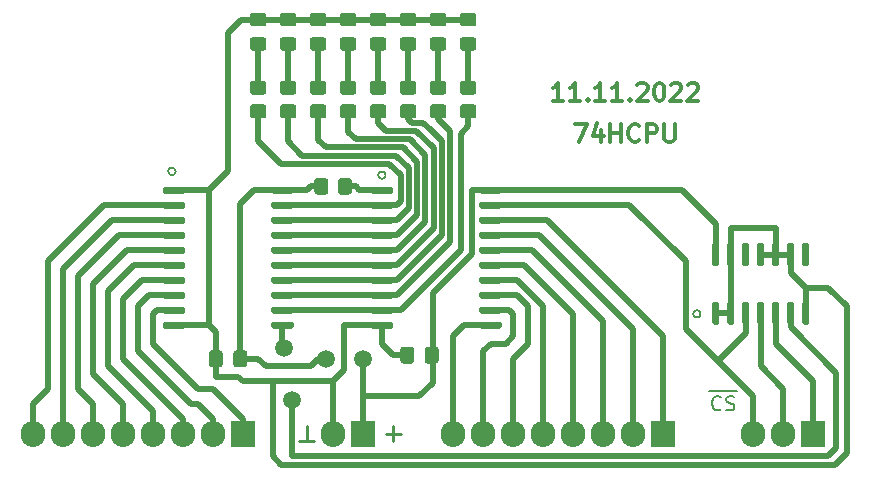
<source format=gbr>
%TF.GenerationSoftware,KiCad,Pcbnew,(5.1.8)-1*%
%TF.CreationDate,2022-11-12T22:58:33+03:00*%
%TF.ProjectId,Reg,5265672e-6b69-4636-9164-5f7063625858,rev?*%
%TF.SameCoordinates,Original*%
%TF.FileFunction,Copper,L1,Top*%
%TF.FilePolarity,Positive*%
%FSLAX46Y46*%
G04 Gerber Fmt 4.6, Leading zero omitted, Abs format (unit mm)*
G04 Created by KiCad (PCBNEW (5.1.8)-1) date 2022-11-12 22:58:33*
%MOMM*%
%LPD*%
G01*
G04 APERTURE LIST*
%TA.AperFunction,NonConductor*%
%ADD10C,0.200000*%
%TD*%
%TA.AperFunction,NonConductor*%
%ADD11C,0.300000*%
%TD*%
%TA.AperFunction,ComponentPad*%
%ADD12R,2.100000X2.200000*%
%TD*%
%TA.AperFunction,ComponentPad*%
%ADD13O,2.100000X2.200000*%
%TD*%
%TA.AperFunction,ViaPad*%
%ADD14C,1.500000*%
%TD*%
%TA.AperFunction,Conductor*%
%ADD15C,0.250000*%
%TD*%
%TA.AperFunction,Conductor*%
%ADD16C,0.500000*%
%TD*%
G04 APERTURE END LIST*
D10*
X110588571Y-49676000D02*
X111788571Y-49676000D01*
X111560000Y-51228571D02*
X111502857Y-51285714D01*
X111331428Y-51342857D01*
X111217142Y-51342857D01*
X111045714Y-51285714D01*
X110931428Y-51171428D01*
X110874285Y-51057142D01*
X110817142Y-50828571D01*
X110817142Y-50657142D01*
X110874285Y-50428571D01*
X110931428Y-50314285D01*
X111045714Y-50200000D01*
X111217142Y-50142857D01*
X111331428Y-50142857D01*
X111502857Y-50200000D01*
X111560000Y-50257142D01*
X111788571Y-49676000D02*
X112931428Y-49676000D01*
X112017142Y-51285714D02*
X112188571Y-51342857D01*
X112474285Y-51342857D01*
X112588571Y-51285714D01*
X112645714Y-51228571D01*
X112702857Y-51114285D01*
X112702857Y-51000000D01*
X112645714Y-50885714D01*
X112588571Y-50828571D01*
X112474285Y-50771428D01*
X112245714Y-50714285D01*
X112131428Y-50657142D01*
X112074285Y-50600000D01*
X112017142Y-50485714D01*
X112017142Y-50371428D01*
X112074285Y-50257142D01*
X112131428Y-50200000D01*
X112245714Y-50142857D01*
X112531428Y-50142857D01*
X112702857Y-50200000D01*
X83185000Y-31432500D02*
G75*
G03*
X83185000Y-31432500I-317500J0D01*
G01*
D11*
X98219285Y-25126071D02*
X97362142Y-25126071D01*
X97790714Y-25126071D02*
X97790714Y-23626071D01*
X97647857Y-23840357D01*
X97505000Y-23983214D01*
X97362142Y-24054642D01*
X99647857Y-25126071D02*
X98790714Y-25126071D01*
X99219285Y-25126071D02*
X99219285Y-23626071D01*
X99076428Y-23840357D01*
X98933571Y-23983214D01*
X98790714Y-24054642D01*
X100290714Y-24983214D02*
X100362142Y-25054642D01*
X100290714Y-25126071D01*
X100219285Y-25054642D01*
X100290714Y-24983214D01*
X100290714Y-25126071D01*
X101790714Y-25126071D02*
X100933571Y-25126071D01*
X101362142Y-25126071D02*
X101362142Y-23626071D01*
X101219285Y-23840357D01*
X101076428Y-23983214D01*
X100933571Y-24054642D01*
X103219285Y-25126071D02*
X102362142Y-25126071D01*
X102790714Y-25126071D02*
X102790714Y-23626071D01*
X102647857Y-23840357D01*
X102505000Y-23983214D01*
X102362142Y-24054642D01*
X103862142Y-24983214D02*
X103933571Y-25054642D01*
X103862142Y-25126071D01*
X103790714Y-25054642D01*
X103862142Y-24983214D01*
X103862142Y-25126071D01*
X104505000Y-23768928D02*
X104576428Y-23697500D01*
X104719285Y-23626071D01*
X105076428Y-23626071D01*
X105219285Y-23697500D01*
X105290714Y-23768928D01*
X105362142Y-23911785D01*
X105362142Y-24054642D01*
X105290714Y-24268928D01*
X104433571Y-25126071D01*
X105362142Y-25126071D01*
X106290714Y-23626071D02*
X106433571Y-23626071D01*
X106576428Y-23697500D01*
X106647857Y-23768928D01*
X106719285Y-23911785D01*
X106790714Y-24197500D01*
X106790714Y-24554642D01*
X106719285Y-24840357D01*
X106647857Y-24983214D01*
X106576428Y-25054642D01*
X106433571Y-25126071D01*
X106290714Y-25126071D01*
X106147857Y-25054642D01*
X106076428Y-24983214D01*
X106005000Y-24840357D01*
X105933571Y-24554642D01*
X105933571Y-24197500D01*
X106005000Y-23911785D01*
X106076428Y-23768928D01*
X106147857Y-23697500D01*
X106290714Y-23626071D01*
X107362142Y-23768928D02*
X107433571Y-23697500D01*
X107576428Y-23626071D01*
X107933571Y-23626071D01*
X108076428Y-23697500D01*
X108147857Y-23768928D01*
X108219285Y-23911785D01*
X108219285Y-24054642D01*
X108147857Y-24268928D01*
X107290714Y-25126071D01*
X108219285Y-25126071D01*
X108790714Y-23768928D02*
X108862142Y-23697500D01*
X109005000Y-23626071D01*
X109362142Y-23626071D01*
X109505000Y-23697500D01*
X109576428Y-23768928D01*
X109647857Y-23911785D01*
X109647857Y-24054642D01*
X109576428Y-24268928D01*
X108719285Y-25126071D01*
X109647857Y-25126071D01*
X99219285Y-27118571D02*
X100219285Y-27118571D01*
X99576428Y-28618571D01*
X101433571Y-27618571D02*
X101433571Y-28618571D01*
X101076428Y-27047142D02*
X100719285Y-28118571D01*
X101647857Y-28118571D01*
X102219285Y-28618571D02*
X102219285Y-27118571D01*
X102219285Y-27832857D02*
X103076428Y-27832857D01*
X103076428Y-28618571D02*
X103076428Y-27118571D01*
X104647857Y-28475714D02*
X104576428Y-28547142D01*
X104362142Y-28618571D01*
X104219285Y-28618571D01*
X104005000Y-28547142D01*
X103862142Y-28404285D01*
X103790714Y-28261428D01*
X103719285Y-27975714D01*
X103719285Y-27761428D01*
X103790714Y-27475714D01*
X103862142Y-27332857D01*
X104005000Y-27190000D01*
X104219285Y-27118571D01*
X104362142Y-27118571D01*
X104576428Y-27190000D01*
X104647857Y-27261428D01*
X105290714Y-28618571D02*
X105290714Y-27118571D01*
X105862142Y-27118571D01*
X106005000Y-27190000D01*
X106076428Y-27261428D01*
X106147857Y-27404285D01*
X106147857Y-27618571D01*
X106076428Y-27761428D01*
X106005000Y-27832857D01*
X105862142Y-27904285D01*
X105290714Y-27904285D01*
X106790714Y-27118571D02*
X106790714Y-28332857D01*
X106862142Y-28475714D01*
X106933571Y-28547142D01*
X107076428Y-28618571D01*
X107362142Y-28618571D01*
X107505000Y-28547142D01*
X107576428Y-28475714D01*
X107647857Y-28332857D01*
X107647857Y-27118571D01*
D10*
X109855000Y-43180000D02*
G75*
G03*
X109855000Y-43180000I-317500J0D01*
G01*
X65405000Y-31115000D02*
G75*
G03*
X65405000Y-31115000I-317500J0D01*
G01*
%TO.P,C2,2*%
%TO.N,GND*%
%TA.AperFunction,SMDPad,CuDef*%
G36*
G01*
X85592500Y-46197500D02*
X85592500Y-47147500D01*
G75*
G02*
X85342500Y-47397500I-250000J0D01*
G01*
X84667500Y-47397500D01*
G75*
G02*
X84417500Y-47147500I0J250000D01*
G01*
X84417500Y-46197500D01*
G75*
G02*
X84667500Y-45947500I250000J0D01*
G01*
X85342500Y-45947500D01*
G75*
G02*
X85592500Y-46197500I0J-250000D01*
G01*
G37*
%TD.AperFunction*%
%TO.P,C2,1*%
%TO.N,VCC*%
%TA.AperFunction,SMDPad,CuDef*%
G36*
G01*
X87667500Y-46197500D02*
X87667500Y-47147500D01*
G75*
G02*
X87417500Y-47397500I-250000J0D01*
G01*
X86742500Y-47397500D01*
G75*
G02*
X86492500Y-47147500I0J250000D01*
G01*
X86492500Y-46197500D01*
G75*
G02*
X86742500Y-45947500I250000J0D01*
G01*
X87417500Y-45947500D01*
G75*
G02*
X87667500Y-46197500I0J-250000D01*
G01*
G37*
%TD.AperFunction*%
%TD*%
%TO.P,R9,2*%
%TO.N,Net-(D8-Pad2)*%
%TA.AperFunction,SMDPad,CuDef*%
G36*
G01*
X90620001Y-24635000D02*
X89719999Y-24635000D01*
G75*
G02*
X89470000Y-24385001I0J249999D01*
G01*
X89470000Y-23684999D01*
G75*
G02*
X89719999Y-23435000I249999J0D01*
G01*
X90620001Y-23435000D01*
G75*
G02*
X90870000Y-23684999I0J-249999D01*
G01*
X90870000Y-24385001D01*
G75*
G02*
X90620001Y-24635000I-249999J0D01*
G01*
G37*
%TD.AperFunction*%
%TO.P,R9,1*%
%TO.N,/L7*%
%TA.AperFunction,SMDPad,CuDef*%
G36*
G01*
X90620001Y-26635000D02*
X89719999Y-26635000D01*
G75*
G02*
X89470000Y-26385001I0J249999D01*
G01*
X89470000Y-25684999D01*
G75*
G02*
X89719999Y-25435000I249999J0D01*
G01*
X90620001Y-25435000D01*
G75*
G02*
X90870000Y-25684999I0J-249999D01*
G01*
X90870000Y-26385001D01*
G75*
G02*
X90620001Y-26635000I-249999J0D01*
G01*
G37*
%TD.AperFunction*%
%TD*%
%TO.P,R8,2*%
%TO.N,Net-(D7-Pad2)*%
%TA.AperFunction,SMDPad,CuDef*%
G36*
G01*
X88080001Y-24635000D02*
X87179999Y-24635000D01*
G75*
G02*
X86930000Y-24385001I0J249999D01*
G01*
X86930000Y-23684999D01*
G75*
G02*
X87179999Y-23435000I249999J0D01*
G01*
X88080001Y-23435000D01*
G75*
G02*
X88330000Y-23684999I0J-249999D01*
G01*
X88330000Y-24385001D01*
G75*
G02*
X88080001Y-24635000I-249999J0D01*
G01*
G37*
%TD.AperFunction*%
%TO.P,R8,1*%
%TO.N,/L6*%
%TA.AperFunction,SMDPad,CuDef*%
G36*
G01*
X88080001Y-26635000D02*
X87179999Y-26635000D01*
G75*
G02*
X86930000Y-26385001I0J249999D01*
G01*
X86930000Y-25684999D01*
G75*
G02*
X87179999Y-25435000I249999J0D01*
G01*
X88080001Y-25435000D01*
G75*
G02*
X88330000Y-25684999I0J-249999D01*
G01*
X88330000Y-26385001D01*
G75*
G02*
X88080001Y-26635000I-249999J0D01*
G01*
G37*
%TD.AperFunction*%
%TD*%
%TO.P,R7,2*%
%TO.N,Net-(D6-Pad2)*%
%TA.AperFunction,SMDPad,CuDef*%
G36*
G01*
X85540001Y-24635000D02*
X84639999Y-24635000D01*
G75*
G02*
X84390000Y-24385001I0J249999D01*
G01*
X84390000Y-23684999D01*
G75*
G02*
X84639999Y-23435000I249999J0D01*
G01*
X85540001Y-23435000D01*
G75*
G02*
X85790000Y-23684999I0J-249999D01*
G01*
X85790000Y-24385001D01*
G75*
G02*
X85540001Y-24635000I-249999J0D01*
G01*
G37*
%TD.AperFunction*%
%TO.P,R7,1*%
%TO.N,/L5*%
%TA.AperFunction,SMDPad,CuDef*%
G36*
G01*
X85540001Y-26635000D02*
X84639999Y-26635000D01*
G75*
G02*
X84390000Y-26385001I0J249999D01*
G01*
X84390000Y-25684999D01*
G75*
G02*
X84639999Y-25435000I249999J0D01*
G01*
X85540001Y-25435000D01*
G75*
G02*
X85790000Y-25684999I0J-249999D01*
G01*
X85790000Y-26385001D01*
G75*
G02*
X85540001Y-26635000I-249999J0D01*
G01*
G37*
%TD.AperFunction*%
%TD*%
%TO.P,R6,2*%
%TO.N,Net-(D5-Pad2)*%
%TA.AperFunction,SMDPad,CuDef*%
G36*
G01*
X83000001Y-24635000D02*
X82099999Y-24635000D01*
G75*
G02*
X81850000Y-24385001I0J249999D01*
G01*
X81850000Y-23684999D01*
G75*
G02*
X82099999Y-23435000I249999J0D01*
G01*
X83000001Y-23435000D01*
G75*
G02*
X83250000Y-23684999I0J-249999D01*
G01*
X83250000Y-24385001D01*
G75*
G02*
X83000001Y-24635000I-249999J0D01*
G01*
G37*
%TD.AperFunction*%
%TO.P,R6,1*%
%TO.N,/L4*%
%TA.AperFunction,SMDPad,CuDef*%
G36*
G01*
X83000001Y-26635000D02*
X82099999Y-26635000D01*
G75*
G02*
X81850000Y-26385001I0J249999D01*
G01*
X81850000Y-25684999D01*
G75*
G02*
X82099999Y-25435000I249999J0D01*
G01*
X83000001Y-25435000D01*
G75*
G02*
X83250000Y-25684999I0J-249999D01*
G01*
X83250000Y-26385001D01*
G75*
G02*
X83000001Y-26635000I-249999J0D01*
G01*
G37*
%TD.AperFunction*%
%TD*%
%TO.P,R5,2*%
%TO.N,Net-(D4-Pad2)*%
%TA.AperFunction,SMDPad,CuDef*%
G36*
G01*
X80460001Y-24635000D02*
X79559999Y-24635000D01*
G75*
G02*
X79310000Y-24385001I0J249999D01*
G01*
X79310000Y-23684999D01*
G75*
G02*
X79559999Y-23435000I249999J0D01*
G01*
X80460001Y-23435000D01*
G75*
G02*
X80710000Y-23684999I0J-249999D01*
G01*
X80710000Y-24385001D01*
G75*
G02*
X80460001Y-24635000I-249999J0D01*
G01*
G37*
%TD.AperFunction*%
%TO.P,R5,1*%
%TO.N,/L3*%
%TA.AperFunction,SMDPad,CuDef*%
G36*
G01*
X80460001Y-26635000D02*
X79559999Y-26635000D01*
G75*
G02*
X79310000Y-26385001I0J249999D01*
G01*
X79310000Y-25684999D01*
G75*
G02*
X79559999Y-25435000I249999J0D01*
G01*
X80460001Y-25435000D01*
G75*
G02*
X80710000Y-25684999I0J-249999D01*
G01*
X80710000Y-26385001D01*
G75*
G02*
X80460001Y-26635000I-249999J0D01*
G01*
G37*
%TD.AperFunction*%
%TD*%
%TO.P,R4,2*%
%TO.N,Net-(D3-Pad2)*%
%TA.AperFunction,SMDPad,CuDef*%
G36*
G01*
X77920001Y-24635000D02*
X77019999Y-24635000D01*
G75*
G02*
X76770000Y-24385001I0J249999D01*
G01*
X76770000Y-23684999D01*
G75*
G02*
X77019999Y-23435000I249999J0D01*
G01*
X77920001Y-23435000D01*
G75*
G02*
X78170000Y-23684999I0J-249999D01*
G01*
X78170000Y-24385001D01*
G75*
G02*
X77920001Y-24635000I-249999J0D01*
G01*
G37*
%TD.AperFunction*%
%TO.P,R4,1*%
%TO.N,/L2*%
%TA.AperFunction,SMDPad,CuDef*%
G36*
G01*
X77920001Y-26635000D02*
X77019999Y-26635000D01*
G75*
G02*
X76770000Y-26385001I0J249999D01*
G01*
X76770000Y-25684999D01*
G75*
G02*
X77019999Y-25435000I249999J0D01*
G01*
X77920001Y-25435000D01*
G75*
G02*
X78170000Y-25684999I0J-249999D01*
G01*
X78170000Y-26385001D01*
G75*
G02*
X77920001Y-26635000I-249999J0D01*
G01*
G37*
%TD.AperFunction*%
%TD*%
%TO.P,R3,2*%
%TO.N,Net-(D2-Pad2)*%
%TA.AperFunction,SMDPad,CuDef*%
G36*
G01*
X75380001Y-24635000D02*
X74479999Y-24635000D01*
G75*
G02*
X74230000Y-24385001I0J249999D01*
G01*
X74230000Y-23684999D01*
G75*
G02*
X74479999Y-23435000I249999J0D01*
G01*
X75380001Y-23435000D01*
G75*
G02*
X75630000Y-23684999I0J-249999D01*
G01*
X75630000Y-24385001D01*
G75*
G02*
X75380001Y-24635000I-249999J0D01*
G01*
G37*
%TD.AperFunction*%
%TO.P,R3,1*%
%TO.N,/L1*%
%TA.AperFunction,SMDPad,CuDef*%
G36*
G01*
X75380001Y-26635000D02*
X74479999Y-26635000D01*
G75*
G02*
X74230000Y-26385001I0J249999D01*
G01*
X74230000Y-25684999D01*
G75*
G02*
X74479999Y-25435000I249999J0D01*
G01*
X75380001Y-25435000D01*
G75*
G02*
X75630000Y-25684999I0J-249999D01*
G01*
X75630000Y-26385001D01*
G75*
G02*
X75380001Y-26635000I-249999J0D01*
G01*
G37*
%TD.AperFunction*%
%TD*%
%TO.P,R2,2*%
%TO.N,Net-(D1-Pad2)*%
%TA.AperFunction,SMDPad,CuDef*%
G36*
G01*
X72840001Y-24635000D02*
X71939999Y-24635000D01*
G75*
G02*
X71690000Y-24385001I0J249999D01*
G01*
X71690000Y-23684999D01*
G75*
G02*
X71939999Y-23435000I249999J0D01*
G01*
X72840001Y-23435000D01*
G75*
G02*
X73090000Y-23684999I0J-249999D01*
G01*
X73090000Y-24385001D01*
G75*
G02*
X72840001Y-24635000I-249999J0D01*
G01*
G37*
%TD.AperFunction*%
%TO.P,R2,1*%
%TO.N,/L0*%
%TA.AperFunction,SMDPad,CuDef*%
G36*
G01*
X72840001Y-26635000D02*
X71939999Y-26635000D01*
G75*
G02*
X71690000Y-26385001I0J249999D01*
G01*
X71690000Y-25684999D01*
G75*
G02*
X71939999Y-25435000I249999J0D01*
G01*
X72840001Y-25435000D01*
G75*
G02*
X73090000Y-25684999I0J-249999D01*
G01*
X73090000Y-26385001D01*
G75*
G02*
X72840001Y-26635000I-249999J0D01*
G01*
G37*
%TD.AperFunction*%
%TD*%
%TO.P,R1,2*%
%TO.N,VCC*%
%TA.AperFunction,SMDPad,CuDef*%
G36*
G01*
X78340000Y-31934999D02*
X78340000Y-32835001D01*
G75*
G02*
X78090001Y-33085000I-249999J0D01*
G01*
X77389999Y-33085000D01*
G75*
G02*
X77140000Y-32835001I0J249999D01*
G01*
X77140000Y-31934999D01*
G75*
G02*
X77389999Y-31685000I249999J0D01*
G01*
X78090001Y-31685000D01*
G75*
G02*
X78340000Y-31934999I0J-249999D01*
G01*
G37*
%TD.AperFunction*%
%TO.P,R1,1*%
%TO.N,Net-(R1-Pad1)*%
%TA.AperFunction,SMDPad,CuDef*%
G36*
G01*
X80340000Y-31934999D02*
X80340000Y-32835001D01*
G75*
G02*
X80090001Y-33085000I-249999J0D01*
G01*
X79389999Y-33085000D01*
G75*
G02*
X79140000Y-32835001I0J249999D01*
G01*
X79140000Y-31934999D01*
G75*
G02*
X79389999Y-31685000I249999J0D01*
G01*
X80090001Y-31685000D01*
G75*
G02*
X80340000Y-31934999I0J-249999D01*
G01*
G37*
%TD.AperFunction*%
%TD*%
%TO.P,D8,2*%
%TO.N,Net-(D8-Pad2)*%
%TA.AperFunction,SMDPad,CuDef*%
G36*
G01*
X89719999Y-19745000D02*
X90620001Y-19745000D01*
G75*
G02*
X90870000Y-19994999I0J-249999D01*
G01*
X90870000Y-20645001D01*
G75*
G02*
X90620001Y-20895000I-249999J0D01*
G01*
X89719999Y-20895000D01*
G75*
G02*
X89470000Y-20645001I0J249999D01*
G01*
X89470000Y-19994999D01*
G75*
G02*
X89719999Y-19745000I249999J0D01*
G01*
G37*
%TD.AperFunction*%
%TO.P,D8,1*%
%TO.N,GND*%
%TA.AperFunction,SMDPad,CuDef*%
G36*
G01*
X89719999Y-17695000D02*
X90620001Y-17695000D01*
G75*
G02*
X90870000Y-17944999I0J-249999D01*
G01*
X90870000Y-18595001D01*
G75*
G02*
X90620001Y-18845000I-249999J0D01*
G01*
X89719999Y-18845000D01*
G75*
G02*
X89470000Y-18595001I0J249999D01*
G01*
X89470000Y-17944999D01*
G75*
G02*
X89719999Y-17695000I249999J0D01*
G01*
G37*
%TD.AperFunction*%
%TD*%
%TO.P,D7,2*%
%TO.N,Net-(D7-Pad2)*%
%TA.AperFunction,SMDPad,CuDef*%
G36*
G01*
X87179999Y-19745000D02*
X88080001Y-19745000D01*
G75*
G02*
X88330000Y-19994999I0J-249999D01*
G01*
X88330000Y-20645001D01*
G75*
G02*
X88080001Y-20895000I-249999J0D01*
G01*
X87179999Y-20895000D01*
G75*
G02*
X86930000Y-20645001I0J249999D01*
G01*
X86930000Y-19994999D01*
G75*
G02*
X87179999Y-19745000I249999J0D01*
G01*
G37*
%TD.AperFunction*%
%TO.P,D7,1*%
%TO.N,GND*%
%TA.AperFunction,SMDPad,CuDef*%
G36*
G01*
X87179999Y-17695000D02*
X88080001Y-17695000D01*
G75*
G02*
X88330000Y-17944999I0J-249999D01*
G01*
X88330000Y-18595001D01*
G75*
G02*
X88080001Y-18845000I-249999J0D01*
G01*
X87179999Y-18845000D01*
G75*
G02*
X86930000Y-18595001I0J249999D01*
G01*
X86930000Y-17944999D01*
G75*
G02*
X87179999Y-17695000I249999J0D01*
G01*
G37*
%TD.AperFunction*%
%TD*%
%TO.P,D6,2*%
%TO.N,Net-(D6-Pad2)*%
%TA.AperFunction,SMDPad,CuDef*%
G36*
G01*
X84639999Y-19745000D02*
X85540001Y-19745000D01*
G75*
G02*
X85790000Y-19994999I0J-249999D01*
G01*
X85790000Y-20645001D01*
G75*
G02*
X85540001Y-20895000I-249999J0D01*
G01*
X84639999Y-20895000D01*
G75*
G02*
X84390000Y-20645001I0J249999D01*
G01*
X84390000Y-19994999D01*
G75*
G02*
X84639999Y-19745000I249999J0D01*
G01*
G37*
%TD.AperFunction*%
%TO.P,D6,1*%
%TO.N,GND*%
%TA.AperFunction,SMDPad,CuDef*%
G36*
G01*
X84639999Y-17695000D02*
X85540001Y-17695000D01*
G75*
G02*
X85790000Y-17944999I0J-249999D01*
G01*
X85790000Y-18595001D01*
G75*
G02*
X85540001Y-18845000I-249999J0D01*
G01*
X84639999Y-18845000D01*
G75*
G02*
X84390000Y-18595001I0J249999D01*
G01*
X84390000Y-17944999D01*
G75*
G02*
X84639999Y-17695000I249999J0D01*
G01*
G37*
%TD.AperFunction*%
%TD*%
%TO.P,D5,2*%
%TO.N,Net-(D5-Pad2)*%
%TA.AperFunction,SMDPad,CuDef*%
G36*
G01*
X82099999Y-19745000D02*
X83000001Y-19745000D01*
G75*
G02*
X83250000Y-19994999I0J-249999D01*
G01*
X83250000Y-20645001D01*
G75*
G02*
X83000001Y-20895000I-249999J0D01*
G01*
X82099999Y-20895000D01*
G75*
G02*
X81850000Y-20645001I0J249999D01*
G01*
X81850000Y-19994999D01*
G75*
G02*
X82099999Y-19745000I249999J0D01*
G01*
G37*
%TD.AperFunction*%
%TO.P,D5,1*%
%TO.N,GND*%
%TA.AperFunction,SMDPad,CuDef*%
G36*
G01*
X82099999Y-17695000D02*
X83000001Y-17695000D01*
G75*
G02*
X83250000Y-17944999I0J-249999D01*
G01*
X83250000Y-18595001D01*
G75*
G02*
X83000001Y-18845000I-249999J0D01*
G01*
X82099999Y-18845000D01*
G75*
G02*
X81850000Y-18595001I0J249999D01*
G01*
X81850000Y-17944999D01*
G75*
G02*
X82099999Y-17695000I249999J0D01*
G01*
G37*
%TD.AperFunction*%
%TD*%
%TO.P,D4,2*%
%TO.N,Net-(D4-Pad2)*%
%TA.AperFunction,SMDPad,CuDef*%
G36*
G01*
X79559999Y-19745000D02*
X80460001Y-19745000D01*
G75*
G02*
X80710000Y-19994999I0J-249999D01*
G01*
X80710000Y-20645001D01*
G75*
G02*
X80460001Y-20895000I-249999J0D01*
G01*
X79559999Y-20895000D01*
G75*
G02*
X79310000Y-20645001I0J249999D01*
G01*
X79310000Y-19994999D01*
G75*
G02*
X79559999Y-19745000I249999J0D01*
G01*
G37*
%TD.AperFunction*%
%TO.P,D4,1*%
%TO.N,GND*%
%TA.AperFunction,SMDPad,CuDef*%
G36*
G01*
X79559999Y-17695000D02*
X80460001Y-17695000D01*
G75*
G02*
X80710000Y-17944999I0J-249999D01*
G01*
X80710000Y-18595001D01*
G75*
G02*
X80460001Y-18845000I-249999J0D01*
G01*
X79559999Y-18845000D01*
G75*
G02*
X79310000Y-18595001I0J249999D01*
G01*
X79310000Y-17944999D01*
G75*
G02*
X79559999Y-17695000I249999J0D01*
G01*
G37*
%TD.AperFunction*%
%TD*%
%TO.P,D3,2*%
%TO.N,Net-(D3-Pad2)*%
%TA.AperFunction,SMDPad,CuDef*%
G36*
G01*
X77019999Y-19745000D02*
X77920001Y-19745000D01*
G75*
G02*
X78170000Y-19994999I0J-249999D01*
G01*
X78170000Y-20645001D01*
G75*
G02*
X77920001Y-20895000I-249999J0D01*
G01*
X77019999Y-20895000D01*
G75*
G02*
X76770000Y-20645001I0J249999D01*
G01*
X76770000Y-19994999D01*
G75*
G02*
X77019999Y-19745000I249999J0D01*
G01*
G37*
%TD.AperFunction*%
%TO.P,D3,1*%
%TO.N,GND*%
%TA.AperFunction,SMDPad,CuDef*%
G36*
G01*
X77019999Y-17695000D02*
X77920001Y-17695000D01*
G75*
G02*
X78170000Y-17944999I0J-249999D01*
G01*
X78170000Y-18595001D01*
G75*
G02*
X77920001Y-18845000I-249999J0D01*
G01*
X77019999Y-18845000D01*
G75*
G02*
X76770000Y-18595001I0J249999D01*
G01*
X76770000Y-17944999D01*
G75*
G02*
X77019999Y-17695000I249999J0D01*
G01*
G37*
%TD.AperFunction*%
%TD*%
%TO.P,D2,2*%
%TO.N,Net-(D2-Pad2)*%
%TA.AperFunction,SMDPad,CuDef*%
G36*
G01*
X74479999Y-19745000D02*
X75380001Y-19745000D01*
G75*
G02*
X75630000Y-19994999I0J-249999D01*
G01*
X75630000Y-20645001D01*
G75*
G02*
X75380001Y-20895000I-249999J0D01*
G01*
X74479999Y-20895000D01*
G75*
G02*
X74230000Y-20645001I0J249999D01*
G01*
X74230000Y-19994999D01*
G75*
G02*
X74479999Y-19745000I249999J0D01*
G01*
G37*
%TD.AperFunction*%
%TO.P,D2,1*%
%TO.N,GND*%
%TA.AperFunction,SMDPad,CuDef*%
G36*
G01*
X74479999Y-17695000D02*
X75380001Y-17695000D01*
G75*
G02*
X75630000Y-17944999I0J-249999D01*
G01*
X75630000Y-18595001D01*
G75*
G02*
X75380001Y-18845000I-249999J0D01*
G01*
X74479999Y-18845000D01*
G75*
G02*
X74230000Y-18595001I0J249999D01*
G01*
X74230000Y-17944999D01*
G75*
G02*
X74479999Y-17695000I249999J0D01*
G01*
G37*
%TD.AperFunction*%
%TD*%
%TO.P,D1,2*%
%TO.N,Net-(D1-Pad2)*%
%TA.AperFunction,SMDPad,CuDef*%
G36*
G01*
X71939999Y-19745000D02*
X72840001Y-19745000D01*
G75*
G02*
X73090000Y-19994999I0J-249999D01*
G01*
X73090000Y-20645001D01*
G75*
G02*
X72840001Y-20895000I-249999J0D01*
G01*
X71939999Y-20895000D01*
G75*
G02*
X71690000Y-20645001I0J249999D01*
G01*
X71690000Y-19994999D01*
G75*
G02*
X71939999Y-19745000I249999J0D01*
G01*
G37*
%TD.AperFunction*%
%TO.P,D1,1*%
%TO.N,GND*%
%TA.AperFunction,SMDPad,CuDef*%
G36*
G01*
X71939999Y-17695000D02*
X72840001Y-17695000D01*
G75*
G02*
X73090000Y-17944999I0J-249999D01*
G01*
X73090000Y-18595001D01*
G75*
G02*
X72840001Y-18845000I-249999J0D01*
G01*
X71939999Y-18845000D01*
G75*
G02*
X71690000Y-18595001I0J249999D01*
G01*
X71690000Y-17944999D01*
G75*
G02*
X71939999Y-17695000I249999J0D01*
G01*
G37*
%TD.AperFunction*%
%TD*%
%TO.P,C1,1*%
%TO.N,VCC*%
%TA.AperFunction,SMDPad,CuDef*%
G36*
G01*
X71475000Y-46515000D02*
X71475000Y-47465000D01*
G75*
G02*
X71225000Y-47715000I-250000J0D01*
G01*
X70550000Y-47715000D01*
G75*
G02*
X70300000Y-47465000I0J250000D01*
G01*
X70300000Y-46515000D01*
G75*
G02*
X70550000Y-46265000I250000J0D01*
G01*
X71225000Y-46265000D01*
G75*
G02*
X71475000Y-46515000I0J-250000D01*
G01*
G37*
%TD.AperFunction*%
%TO.P,C1,2*%
%TO.N,GND*%
%TA.AperFunction,SMDPad,CuDef*%
G36*
G01*
X69400000Y-46515000D02*
X69400000Y-47465000D01*
G75*
G02*
X69150000Y-47715000I-250000J0D01*
G01*
X68475000Y-47715000D01*
G75*
G02*
X68225000Y-47465000I0J250000D01*
G01*
X68225000Y-46515000D01*
G75*
G02*
X68475000Y-46265000I250000J0D01*
G01*
X69150000Y-46265000D01*
G75*
G02*
X69400000Y-46515000I0J-250000D01*
G01*
G37*
%TD.AperFunction*%
%TD*%
D12*
%TO.P,J1,1*%
%TO.N,/D7*%
X71120000Y-53340000D03*
D13*
%TO.P,J1,2*%
%TO.N,/D6*%
X68580000Y-53340000D03*
%TO.P,J1,3*%
%TO.N,/D5*%
X66040000Y-53340000D03*
%TO.P,J1,4*%
%TO.N,/D4*%
X63500000Y-53340000D03*
%TO.P,J1,5*%
%TO.N,/D3*%
X60960000Y-53340000D03*
%TO.P,J1,6*%
%TO.N,/D2*%
X58420000Y-53340000D03*
%TO.P,J1,7*%
%TO.N,/D1*%
X55880000Y-53340000D03*
%TO.P,J1,8*%
%TO.N,/D0*%
X53340000Y-53340000D03*
%TD*%
%TO.P,J2,8*%
%TO.N,/Q7*%
X88900000Y-53340000D03*
%TO.P,J2,7*%
%TO.N,/Q6*%
X91440000Y-53340000D03*
%TO.P,J2,6*%
%TO.N,/Q5*%
X93980000Y-53340000D03*
%TO.P,J2,5*%
%TO.N,/Q4*%
X96520000Y-53340000D03*
%TO.P,J2,4*%
%TO.N,/Q3*%
X99060000Y-53340000D03*
%TO.P,J2,3*%
%TO.N,/Q2*%
X101600000Y-53340000D03*
%TO.P,J2,2*%
%TO.N,/Q1*%
X104140000Y-53340000D03*
D12*
%TO.P,J2,1*%
%TO.N,/Q0*%
X106680000Y-53340000D03*
%TD*%
%TO.P,J3,1*%
%TO.N,VCC*%
X81280000Y-53340000D03*
D13*
%TO.P,J3,2*%
%TO.N,GND*%
X78740000Y-53340000D03*
%TD*%
D12*
%TO.P,J4,1*%
%TO.N,/~Row*%
X119380000Y-53340000D03*
D13*
%TO.P,J4,2*%
%TO.N,/~Col*%
X116840000Y-53340000D03*
%TO.P,J4,3*%
%TO.N,/~CS*%
X114300000Y-53340000D03*
%TD*%
%TO.P,U1,1*%
%TO.N,GND*%
%TA.AperFunction,SMDPad,CuDef*%
G36*
G01*
X64300000Y-32860001D02*
X64300000Y-32560001D01*
G75*
G02*
X64450000Y-32410001I150000J0D01*
G01*
X66050000Y-32410001D01*
G75*
G02*
X66200000Y-32560001I0J-150000D01*
G01*
X66200000Y-32860001D01*
G75*
G02*
X66050000Y-33010001I-150000J0D01*
G01*
X64450000Y-33010001D01*
G75*
G02*
X64300000Y-32860001I0J150000D01*
G01*
G37*
%TD.AperFunction*%
%TO.P,U1,2*%
%TO.N,/D0*%
%TA.AperFunction,SMDPad,CuDef*%
G36*
G01*
X64300000Y-34130001D02*
X64300000Y-33830001D01*
G75*
G02*
X64450000Y-33680001I150000J0D01*
G01*
X66050000Y-33680001D01*
G75*
G02*
X66200000Y-33830001I0J-150000D01*
G01*
X66200000Y-34130001D01*
G75*
G02*
X66050000Y-34280001I-150000J0D01*
G01*
X64450000Y-34280001D01*
G75*
G02*
X64300000Y-34130001I0J150000D01*
G01*
G37*
%TD.AperFunction*%
%TO.P,U1,3*%
%TO.N,/D1*%
%TA.AperFunction,SMDPad,CuDef*%
G36*
G01*
X64300000Y-35400001D02*
X64300000Y-35100001D01*
G75*
G02*
X64450000Y-34950001I150000J0D01*
G01*
X66050000Y-34950001D01*
G75*
G02*
X66200000Y-35100001I0J-150000D01*
G01*
X66200000Y-35400001D01*
G75*
G02*
X66050000Y-35550001I-150000J0D01*
G01*
X64450000Y-35550001D01*
G75*
G02*
X64300000Y-35400001I0J150000D01*
G01*
G37*
%TD.AperFunction*%
%TO.P,U1,4*%
%TO.N,/D2*%
%TA.AperFunction,SMDPad,CuDef*%
G36*
G01*
X64300000Y-36670001D02*
X64300000Y-36370001D01*
G75*
G02*
X64450000Y-36220001I150000J0D01*
G01*
X66050000Y-36220001D01*
G75*
G02*
X66200000Y-36370001I0J-150000D01*
G01*
X66200000Y-36670001D01*
G75*
G02*
X66050000Y-36820001I-150000J0D01*
G01*
X64450000Y-36820001D01*
G75*
G02*
X64300000Y-36670001I0J150000D01*
G01*
G37*
%TD.AperFunction*%
%TO.P,U1,5*%
%TO.N,/D3*%
%TA.AperFunction,SMDPad,CuDef*%
G36*
G01*
X64300000Y-37940001D02*
X64300000Y-37640001D01*
G75*
G02*
X64450000Y-37490001I150000J0D01*
G01*
X66050000Y-37490001D01*
G75*
G02*
X66200000Y-37640001I0J-150000D01*
G01*
X66200000Y-37940001D01*
G75*
G02*
X66050000Y-38090001I-150000J0D01*
G01*
X64450000Y-38090001D01*
G75*
G02*
X64300000Y-37940001I0J150000D01*
G01*
G37*
%TD.AperFunction*%
%TO.P,U1,6*%
%TO.N,/D4*%
%TA.AperFunction,SMDPad,CuDef*%
G36*
G01*
X64300000Y-39210001D02*
X64300000Y-38910001D01*
G75*
G02*
X64450000Y-38760001I150000J0D01*
G01*
X66050000Y-38760001D01*
G75*
G02*
X66200000Y-38910001I0J-150000D01*
G01*
X66200000Y-39210001D01*
G75*
G02*
X66050000Y-39360001I-150000J0D01*
G01*
X64450000Y-39360001D01*
G75*
G02*
X64300000Y-39210001I0J150000D01*
G01*
G37*
%TD.AperFunction*%
%TO.P,U1,7*%
%TO.N,/D5*%
%TA.AperFunction,SMDPad,CuDef*%
G36*
G01*
X64300000Y-40480001D02*
X64300000Y-40180001D01*
G75*
G02*
X64450000Y-40030001I150000J0D01*
G01*
X66050000Y-40030001D01*
G75*
G02*
X66200000Y-40180001I0J-150000D01*
G01*
X66200000Y-40480001D01*
G75*
G02*
X66050000Y-40630001I-150000J0D01*
G01*
X64450000Y-40630001D01*
G75*
G02*
X64300000Y-40480001I0J150000D01*
G01*
G37*
%TD.AperFunction*%
%TO.P,U1,8*%
%TO.N,/D6*%
%TA.AperFunction,SMDPad,CuDef*%
G36*
G01*
X64300000Y-41750001D02*
X64300000Y-41450001D01*
G75*
G02*
X64450000Y-41300001I150000J0D01*
G01*
X66050000Y-41300001D01*
G75*
G02*
X66200000Y-41450001I0J-150000D01*
G01*
X66200000Y-41750001D01*
G75*
G02*
X66050000Y-41900001I-150000J0D01*
G01*
X64450000Y-41900001D01*
G75*
G02*
X64300000Y-41750001I0J150000D01*
G01*
G37*
%TD.AperFunction*%
%TO.P,U1,9*%
%TO.N,/D7*%
%TA.AperFunction,SMDPad,CuDef*%
G36*
G01*
X64300000Y-43020001D02*
X64300000Y-42720001D01*
G75*
G02*
X64450000Y-42570001I150000J0D01*
G01*
X66050000Y-42570001D01*
G75*
G02*
X66200000Y-42720001I0J-150000D01*
G01*
X66200000Y-43020001D01*
G75*
G02*
X66050000Y-43170001I-150000J0D01*
G01*
X64450000Y-43170001D01*
G75*
G02*
X64300000Y-43020001I0J150000D01*
G01*
G37*
%TD.AperFunction*%
%TO.P,U1,10*%
%TO.N,GND*%
%TA.AperFunction,SMDPad,CuDef*%
G36*
G01*
X64300000Y-44290001D02*
X64300000Y-43990001D01*
G75*
G02*
X64450000Y-43840001I150000J0D01*
G01*
X66050000Y-43840001D01*
G75*
G02*
X66200000Y-43990001I0J-150000D01*
G01*
X66200000Y-44290001D01*
G75*
G02*
X66050000Y-44440001I-150000J0D01*
G01*
X64450000Y-44440001D01*
G75*
G02*
X64300000Y-44290001I0J150000D01*
G01*
G37*
%TD.AperFunction*%
%TO.P,U1,11*%
%TO.N,Net-(U1-Pad11)*%
%TA.AperFunction,SMDPad,CuDef*%
G36*
G01*
X73500000Y-44290001D02*
X73500000Y-43990001D01*
G75*
G02*
X73650000Y-43840001I150000J0D01*
G01*
X75250000Y-43840001D01*
G75*
G02*
X75400000Y-43990001I0J-150000D01*
G01*
X75400000Y-44290001D01*
G75*
G02*
X75250000Y-44440001I-150000J0D01*
G01*
X73650000Y-44440001D01*
G75*
G02*
X73500000Y-44290001I0J150000D01*
G01*
G37*
%TD.AperFunction*%
%TO.P,U1,12*%
%TO.N,/L7*%
%TA.AperFunction,SMDPad,CuDef*%
G36*
G01*
X73500000Y-43020001D02*
X73500000Y-42720001D01*
G75*
G02*
X73650000Y-42570001I150000J0D01*
G01*
X75250000Y-42570001D01*
G75*
G02*
X75400000Y-42720001I0J-150000D01*
G01*
X75400000Y-43020001D01*
G75*
G02*
X75250000Y-43170001I-150000J0D01*
G01*
X73650000Y-43170001D01*
G75*
G02*
X73500000Y-43020001I0J150000D01*
G01*
G37*
%TD.AperFunction*%
%TO.P,U1,13*%
%TO.N,/L6*%
%TA.AperFunction,SMDPad,CuDef*%
G36*
G01*
X73500000Y-41750001D02*
X73500000Y-41450001D01*
G75*
G02*
X73650000Y-41300001I150000J0D01*
G01*
X75250000Y-41300001D01*
G75*
G02*
X75400000Y-41450001I0J-150000D01*
G01*
X75400000Y-41750001D01*
G75*
G02*
X75250000Y-41900001I-150000J0D01*
G01*
X73650000Y-41900001D01*
G75*
G02*
X73500000Y-41750001I0J150000D01*
G01*
G37*
%TD.AperFunction*%
%TO.P,U1,14*%
%TO.N,/L5*%
%TA.AperFunction,SMDPad,CuDef*%
G36*
G01*
X73500000Y-40480001D02*
X73500000Y-40180001D01*
G75*
G02*
X73650000Y-40030001I150000J0D01*
G01*
X75250000Y-40030001D01*
G75*
G02*
X75400000Y-40180001I0J-150000D01*
G01*
X75400000Y-40480001D01*
G75*
G02*
X75250000Y-40630001I-150000J0D01*
G01*
X73650000Y-40630001D01*
G75*
G02*
X73500000Y-40480001I0J150000D01*
G01*
G37*
%TD.AperFunction*%
%TO.P,U1,15*%
%TO.N,/L4*%
%TA.AperFunction,SMDPad,CuDef*%
G36*
G01*
X73500000Y-39210001D02*
X73500000Y-38910001D01*
G75*
G02*
X73650000Y-38760001I150000J0D01*
G01*
X75250000Y-38760001D01*
G75*
G02*
X75400000Y-38910001I0J-150000D01*
G01*
X75400000Y-39210001D01*
G75*
G02*
X75250000Y-39360001I-150000J0D01*
G01*
X73650000Y-39360001D01*
G75*
G02*
X73500000Y-39210001I0J150000D01*
G01*
G37*
%TD.AperFunction*%
%TO.P,U1,16*%
%TO.N,/L3*%
%TA.AperFunction,SMDPad,CuDef*%
G36*
G01*
X73500000Y-37940001D02*
X73500000Y-37640001D01*
G75*
G02*
X73650000Y-37490001I150000J0D01*
G01*
X75250000Y-37490001D01*
G75*
G02*
X75400000Y-37640001I0J-150000D01*
G01*
X75400000Y-37940001D01*
G75*
G02*
X75250000Y-38090001I-150000J0D01*
G01*
X73650000Y-38090001D01*
G75*
G02*
X73500000Y-37940001I0J150000D01*
G01*
G37*
%TD.AperFunction*%
%TO.P,U1,17*%
%TO.N,/L2*%
%TA.AperFunction,SMDPad,CuDef*%
G36*
G01*
X73500000Y-36670001D02*
X73500000Y-36370001D01*
G75*
G02*
X73650000Y-36220001I150000J0D01*
G01*
X75250000Y-36220001D01*
G75*
G02*
X75400000Y-36370001I0J-150000D01*
G01*
X75400000Y-36670001D01*
G75*
G02*
X75250000Y-36820001I-150000J0D01*
G01*
X73650000Y-36820001D01*
G75*
G02*
X73500000Y-36670001I0J150000D01*
G01*
G37*
%TD.AperFunction*%
%TO.P,U1,18*%
%TO.N,/L1*%
%TA.AperFunction,SMDPad,CuDef*%
G36*
G01*
X73500000Y-35400001D02*
X73500000Y-35100001D01*
G75*
G02*
X73650000Y-34950001I150000J0D01*
G01*
X75250000Y-34950001D01*
G75*
G02*
X75400000Y-35100001I0J-150000D01*
G01*
X75400000Y-35400001D01*
G75*
G02*
X75250000Y-35550001I-150000J0D01*
G01*
X73650000Y-35550001D01*
G75*
G02*
X73500000Y-35400001I0J150000D01*
G01*
G37*
%TD.AperFunction*%
%TO.P,U1,19*%
%TO.N,/L0*%
%TA.AperFunction,SMDPad,CuDef*%
G36*
G01*
X73500000Y-34130001D02*
X73500000Y-33830001D01*
G75*
G02*
X73650000Y-33680001I150000J0D01*
G01*
X75250000Y-33680001D01*
G75*
G02*
X75400000Y-33830001I0J-150000D01*
G01*
X75400000Y-34130001D01*
G75*
G02*
X75250000Y-34280001I-150000J0D01*
G01*
X73650000Y-34280001D01*
G75*
G02*
X73500000Y-34130001I0J150000D01*
G01*
G37*
%TD.AperFunction*%
%TO.P,U1,20*%
%TO.N,VCC*%
%TA.AperFunction,SMDPad,CuDef*%
G36*
G01*
X73500000Y-32860001D02*
X73500000Y-32560001D01*
G75*
G02*
X73650000Y-32410001I150000J0D01*
G01*
X75250000Y-32410001D01*
G75*
G02*
X75400000Y-32560001I0J-150000D01*
G01*
X75400000Y-32860001D01*
G75*
G02*
X75250000Y-33010001I-150000J0D01*
G01*
X73650000Y-33010001D01*
G75*
G02*
X73500000Y-32860001I0J150000D01*
G01*
G37*
%TD.AperFunction*%
%TD*%
%TO.P,U3,1*%
%TO.N,GND*%
%TA.AperFunction,SMDPad,CuDef*%
G36*
G01*
X111275000Y-44090000D02*
X110975000Y-44090000D01*
G75*
G02*
X110825000Y-43940000I0J150000D01*
G01*
X110825000Y-42290000D01*
G75*
G02*
X110975000Y-42140000I150000J0D01*
G01*
X111275000Y-42140000D01*
G75*
G02*
X111425000Y-42290000I0J-150000D01*
G01*
X111425000Y-43940000D01*
G75*
G02*
X111275000Y-44090000I-150000J0D01*
G01*
G37*
%TD.AperFunction*%
%TO.P,U3,2*%
%TA.AperFunction,SMDPad,CuDef*%
G36*
G01*
X112545000Y-44090000D02*
X112245000Y-44090000D01*
G75*
G02*
X112095000Y-43940000I0J150000D01*
G01*
X112095000Y-42290000D01*
G75*
G02*
X112245000Y-42140000I150000J0D01*
G01*
X112545000Y-42140000D01*
G75*
G02*
X112695000Y-42290000I0J-150000D01*
G01*
X112695000Y-43940000D01*
G75*
G02*
X112545000Y-44090000I-150000J0D01*
G01*
G37*
%TD.AperFunction*%
%TO.P,U3,3*%
%TO.N,/~CS*%
%TA.AperFunction,SMDPad,CuDef*%
G36*
G01*
X113815000Y-44090000D02*
X113515000Y-44090000D01*
G75*
G02*
X113365000Y-43940000I0J150000D01*
G01*
X113365000Y-42290000D01*
G75*
G02*
X113515000Y-42140000I150000J0D01*
G01*
X113815000Y-42140000D01*
G75*
G02*
X113965000Y-42290000I0J-150000D01*
G01*
X113965000Y-43940000D01*
G75*
G02*
X113815000Y-44090000I-150000J0D01*
G01*
G37*
%TD.AperFunction*%
%TO.P,U3,4*%
%TO.N,/~Col*%
%TA.AperFunction,SMDPad,CuDef*%
G36*
G01*
X115085000Y-44090000D02*
X114785000Y-44090000D01*
G75*
G02*
X114635000Y-43940000I0J150000D01*
G01*
X114635000Y-42290000D01*
G75*
G02*
X114785000Y-42140000I150000J0D01*
G01*
X115085000Y-42140000D01*
G75*
G02*
X115235000Y-42290000I0J-150000D01*
G01*
X115235000Y-43940000D01*
G75*
G02*
X115085000Y-44090000I-150000J0D01*
G01*
G37*
%TD.AperFunction*%
%TO.P,U3,5*%
%TO.N,/~Row*%
%TA.AperFunction,SMDPad,CuDef*%
G36*
G01*
X116355000Y-44090000D02*
X116055000Y-44090000D01*
G75*
G02*
X115905000Y-43940000I0J150000D01*
G01*
X115905000Y-42290000D01*
G75*
G02*
X116055000Y-42140000I150000J0D01*
G01*
X116355000Y-42140000D01*
G75*
G02*
X116505000Y-42290000I0J-150000D01*
G01*
X116505000Y-43940000D01*
G75*
G02*
X116355000Y-44090000I-150000J0D01*
G01*
G37*
%TD.AperFunction*%
%TO.P,U3,6*%
%TO.N,Net-(U1-Pad11)*%
%TA.AperFunction,SMDPad,CuDef*%
G36*
G01*
X117625000Y-44090000D02*
X117325000Y-44090000D01*
G75*
G02*
X117175000Y-43940000I0J150000D01*
G01*
X117175000Y-42290000D01*
G75*
G02*
X117325000Y-42140000I150000J0D01*
G01*
X117625000Y-42140000D01*
G75*
G02*
X117775000Y-42290000I0J-150000D01*
G01*
X117775000Y-43940000D01*
G75*
G02*
X117625000Y-44090000I-150000J0D01*
G01*
G37*
%TD.AperFunction*%
%TO.P,U3,7*%
%TO.N,GND*%
%TA.AperFunction,SMDPad,CuDef*%
G36*
G01*
X118895000Y-44090000D02*
X118595000Y-44090000D01*
G75*
G02*
X118445000Y-43940000I0J150000D01*
G01*
X118445000Y-42290000D01*
G75*
G02*
X118595000Y-42140000I150000J0D01*
G01*
X118895000Y-42140000D01*
G75*
G02*
X119045000Y-42290000I0J-150000D01*
G01*
X119045000Y-43940000D01*
G75*
G02*
X118895000Y-44090000I-150000J0D01*
G01*
G37*
%TD.AperFunction*%
%TO.P,U3,8*%
%TO.N,Net-(U3-Pad8)*%
%TA.AperFunction,SMDPad,CuDef*%
G36*
G01*
X118895000Y-39140000D02*
X118595000Y-39140000D01*
G75*
G02*
X118445000Y-38990000I0J150000D01*
G01*
X118445000Y-37340000D01*
G75*
G02*
X118595000Y-37190000I150000J0D01*
G01*
X118895000Y-37190000D01*
G75*
G02*
X119045000Y-37340000I0J-150000D01*
G01*
X119045000Y-38990000D01*
G75*
G02*
X118895000Y-39140000I-150000J0D01*
G01*
G37*
%TD.AperFunction*%
%TO.P,U3,9*%
%TO.N,GND*%
%TA.AperFunction,SMDPad,CuDef*%
G36*
G01*
X117625000Y-39140000D02*
X117325000Y-39140000D01*
G75*
G02*
X117175000Y-38990000I0J150000D01*
G01*
X117175000Y-37340000D01*
G75*
G02*
X117325000Y-37190000I150000J0D01*
G01*
X117625000Y-37190000D01*
G75*
G02*
X117775000Y-37340000I0J-150000D01*
G01*
X117775000Y-38990000D01*
G75*
G02*
X117625000Y-39140000I-150000J0D01*
G01*
G37*
%TD.AperFunction*%
%TO.P,U3,10*%
%TA.AperFunction,SMDPad,CuDef*%
G36*
G01*
X116355000Y-39140000D02*
X116055000Y-39140000D01*
G75*
G02*
X115905000Y-38990000I0J150000D01*
G01*
X115905000Y-37340000D01*
G75*
G02*
X116055000Y-37190000I150000J0D01*
G01*
X116355000Y-37190000D01*
G75*
G02*
X116505000Y-37340000I0J-150000D01*
G01*
X116505000Y-38990000D01*
G75*
G02*
X116355000Y-39140000I-150000J0D01*
G01*
G37*
%TD.AperFunction*%
%TO.P,U3,11*%
%TA.AperFunction,SMDPad,CuDef*%
G36*
G01*
X115085000Y-39140000D02*
X114785000Y-39140000D01*
G75*
G02*
X114635000Y-38990000I0J150000D01*
G01*
X114635000Y-37340000D01*
G75*
G02*
X114785000Y-37190000I150000J0D01*
G01*
X115085000Y-37190000D01*
G75*
G02*
X115235000Y-37340000I0J-150000D01*
G01*
X115235000Y-38990000D01*
G75*
G02*
X115085000Y-39140000I-150000J0D01*
G01*
G37*
%TD.AperFunction*%
%TO.P,U3,12*%
%TO.N,Net-(U3-Pad12)*%
%TA.AperFunction,SMDPad,CuDef*%
G36*
G01*
X113815000Y-39140000D02*
X113515000Y-39140000D01*
G75*
G02*
X113365000Y-38990000I0J150000D01*
G01*
X113365000Y-37340000D01*
G75*
G02*
X113515000Y-37190000I150000J0D01*
G01*
X113815000Y-37190000D01*
G75*
G02*
X113965000Y-37340000I0J-150000D01*
G01*
X113965000Y-38990000D01*
G75*
G02*
X113815000Y-39140000I-150000J0D01*
G01*
G37*
%TD.AperFunction*%
%TO.P,U3,13*%
%TO.N,GND*%
%TA.AperFunction,SMDPad,CuDef*%
G36*
G01*
X112545000Y-39140000D02*
X112245000Y-39140000D01*
G75*
G02*
X112095000Y-38990000I0J150000D01*
G01*
X112095000Y-37340000D01*
G75*
G02*
X112245000Y-37190000I150000J0D01*
G01*
X112545000Y-37190000D01*
G75*
G02*
X112695000Y-37340000I0J-150000D01*
G01*
X112695000Y-38990000D01*
G75*
G02*
X112545000Y-39140000I-150000J0D01*
G01*
G37*
%TD.AperFunction*%
%TO.P,U3,14*%
%TO.N,VCC*%
%TA.AperFunction,SMDPad,CuDef*%
G36*
G01*
X111275000Y-39140000D02*
X110975000Y-39140000D01*
G75*
G02*
X110825000Y-38990000I0J150000D01*
G01*
X110825000Y-37340000D01*
G75*
G02*
X110975000Y-37190000I150000J0D01*
G01*
X111275000Y-37190000D01*
G75*
G02*
X111425000Y-37340000I0J-150000D01*
G01*
X111425000Y-38990000D01*
G75*
G02*
X111275000Y-39140000I-150000J0D01*
G01*
G37*
%TD.AperFunction*%
%TD*%
%TO.P,U2,1*%
%TO.N,Net-(R1-Pad1)*%
%TA.AperFunction,SMDPad,CuDef*%
G36*
G01*
X81917500Y-32852500D02*
X81917500Y-32552500D01*
G75*
G02*
X82067500Y-32402500I150000J0D01*
G01*
X83667500Y-32402500D01*
G75*
G02*
X83817500Y-32552500I0J-150000D01*
G01*
X83817500Y-32852500D01*
G75*
G02*
X83667500Y-33002500I-150000J0D01*
G01*
X82067500Y-33002500D01*
G75*
G02*
X81917500Y-32852500I0J150000D01*
G01*
G37*
%TD.AperFunction*%
%TO.P,U2,2*%
%TO.N,/L0*%
%TA.AperFunction,SMDPad,CuDef*%
G36*
G01*
X81917500Y-34122500D02*
X81917500Y-33822500D01*
G75*
G02*
X82067500Y-33672500I150000J0D01*
G01*
X83667500Y-33672500D01*
G75*
G02*
X83817500Y-33822500I0J-150000D01*
G01*
X83817500Y-34122500D01*
G75*
G02*
X83667500Y-34272500I-150000J0D01*
G01*
X82067500Y-34272500D01*
G75*
G02*
X81917500Y-34122500I0J150000D01*
G01*
G37*
%TD.AperFunction*%
%TO.P,U2,3*%
%TO.N,/L1*%
%TA.AperFunction,SMDPad,CuDef*%
G36*
G01*
X81917500Y-35392500D02*
X81917500Y-35092500D01*
G75*
G02*
X82067500Y-34942500I150000J0D01*
G01*
X83667500Y-34942500D01*
G75*
G02*
X83817500Y-35092500I0J-150000D01*
G01*
X83817500Y-35392500D01*
G75*
G02*
X83667500Y-35542500I-150000J0D01*
G01*
X82067500Y-35542500D01*
G75*
G02*
X81917500Y-35392500I0J150000D01*
G01*
G37*
%TD.AperFunction*%
%TO.P,U2,4*%
%TO.N,/L2*%
%TA.AperFunction,SMDPad,CuDef*%
G36*
G01*
X81917500Y-36662500D02*
X81917500Y-36362500D01*
G75*
G02*
X82067500Y-36212500I150000J0D01*
G01*
X83667500Y-36212500D01*
G75*
G02*
X83817500Y-36362500I0J-150000D01*
G01*
X83817500Y-36662500D01*
G75*
G02*
X83667500Y-36812500I-150000J0D01*
G01*
X82067500Y-36812500D01*
G75*
G02*
X81917500Y-36662500I0J150000D01*
G01*
G37*
%TD.AperFunction*%
%TO.P,U2,5*%
%TO.N,/L3*%
%TA.AperFunction,SMDPad,CuDef*%
G36*
G01*
X81917500Y-37932500D02*
X81917500Y-37632500D01*
G75*
G02*
X82067500Y-37482500I150000J0D01*
G01*
X83667500Y-37482500D01*
G75*
G02*
X83817500Y-37632500I0J-150000D01*
G01*
X83817500Y-37932500D01*
G75*
G02*
X83667500Y-38082500I-150000J0D01*
G01*
X82067500Y-38082500D01*
G75*
G02*
X81917500Y-37932500I0J150000D01*
G01*
G37*
%TD.AperFunction*%
%TO.P,U2,6*%
%TO.N,/L4*%
%TA.AperFunction,SMDPad,CuDef*%
G36*
G01*
X81917500Y-39202500D02*
X81917500Y-38902500D01*
G75*
G02*
X82067500Y-38752500I150000J0D01*
G01*
X83667500Y-38752500D01*
G75*
G02*
X83817500Y-38902500I0J-150000D01*
G01*
X83817500Y-39202500D01*
G75*
G02*
X83667500Y-39352500I-150000J0D01*
G01*
X82067500Y-39352500D01*
G75*
G02*
X81917500Y-39202500I0J150000D01*
G01*
G37*
%TD.AperFunction*%
%TO.P,U2,7*%
%TO.N,/L5*%
%TA.AperFunction,SMDPad,CuDef*%
G36*
G01*
X81917500Y-40472500D02*
X81917500Y-40172500D01*
G75*
G02*
X82067500Y-40022500I150000J0D01*
G01*
X83667500Y-40022500D01*
G75*
G02*
X83817500Y-40172500I0J-150000D01*
G01*
X83817500Y-40472500D01*
G75*
G02*
X83667500Y-40622500I-150000J0D01*
G01*
X82067500Y-40622500D01*
G75*
G02*
X81917500Y-40472500I0J150000D01*
G01*
G37*
%TD.AperFunction*%
%TO.P,U2,8*%
%TO.N,/L6*%
%TA.AperFunction,SMDPad,CuDef*%
G36*
G01*
X81917500Y-41742500D02*
X81917500Y-41442500D01*
G75*
G02*
X82067500Y-41292500I150000J0D01*
G01*
X83667500Y-41292500D01*
G75*
G02*
X83817500Y-41442500I0J-150000D01*
G01*
X83817500Y-41742500D01*
G75*
G02*
X83667500Y-41892500I-150000J0D01*
G01*
X82067500Y-41892500D01*
G75*
G02*
X81917500Y-41742500I0J150000D01*
G01*
G37*
%TD.AperFunction*%
%TO.P,U2,9*%
%TO.N,/L7*%
%TA.AperFunction,SMDPad,CuDef*%
G36*
G01*
X81917500Y-43012500D02*
X81917500Y-42712500D01*
G75*
G02*
X82067500Y-42562500I150000J0D01*
G01*
X83667500Y-42562500D01*
G75*
G02*
X83817500Y-42712500I0J-150000D01*
G01*
X83817500Y-43012500D01*
G75*
G02*
X83667500Y-43162500I-150000J0D01*
G01*
X82067500Y-43162500D01*
G75*
G02*
X81917500Y-43012500I0J150000D01*
G01*
G37*
%TD.AperFunction*%
%TO.P,U2,10*%
%TO.N,GND*%
%TA.AperFunction,SMDPad,CuDef*%
G36*
G01*
X81917500Y-44282500D02*
X81917500Y-43982500D01*
G75*
G02*
X82067500Y-43832500I150000J0D01*
G01*
X83667500Y-43832500D01*
G75*
G02*
X83817500Y-43982500I0J-150000D01*
G01*
X83817500Y-44282500D01*
G75*
G02*
X83667500Y-44432500I-150000J0D01*
G01*
X82067500Y-44432500D01*
G75*
G02*
X81917500Y-44282500I0J150000D01*
G01*
G37*
%TD.AperFunction*%
%TO.P,U2,11*%
%TO.N,/Q7*%
%TA.AperFunction,SMDPad,CuDef*%
G36*
G01*
X91117500Y-44282500D02*
X91117500Y-43982500D01*
G75*
G02*
X91267500Y-43832500I150000J0D01*
G01*
X92867500Y-43832500D01*
G75*
G02*
X93017500Y-43982500I0J-150000D01*
G01*
X93017500Y-44282500D01*
G75*
G02*
X92867500Y-44432500I-150000J0D01*
G01*
X91267500Y-44432500D01*
G75*
G02*
X91117500Y-44282500I0J150000D01*
G01*
G37*
%TD.AperFunction*%
%TO.P,U2,12*%
%TO.N,/Q6*%
%TA.AperFunction,SMDPad,CuDef*%
G36*
G01*
X91117500Y-43012500D02*
X91117500Y-42712500D01*
G75*
G02*
X91267500Y-42562500I150000J0D01*
G01*
X92867500Y-42562500D01*
G75*
G02*
X93017500Y-42712500I0J-150000D01*
G01*
X93017500Y-43012500D01*
G75*
G02*
X92867500Y-43162500I-150000J0D01*
G01*
X91267500Y-43162500D01*
G75*
G02*
X91117500Y-43012500I0J150000D01*
G01*
G37*
%TD.AperFunction*%
%TO.P,U2,13*%
%TO.N,/Q5*%
%TA.AperFunction,SMDPad,CuDef*%
G36*
G01*
X91117500Y-41742500D02*
X91117500Y-41442500D01*
G75*
G02*
X91267500Y-41292500I150000J0D01*
G01*
X92867500Y-41292500D01*
G75*
G02*
X93017500Y-41442500I0J-150000D01*
G01*
X93017500Y-41742500D01*
G75*
G02*
X92867500Y-41892500I-150000J0D01*
G01*
X91267500Y-41892500D01*
G75*
G02*
X91117500Y-41742500I0J150000D01*
G01*
G37*
%TD.AperFunction*%
%TO.P,U2,14*%
%TO.N,/Q4*%
%TA.AperFunction,SMDPad,CuDef*%
G36*
G01*
X91117500Y-40472500D02*
X91117500Y-40172500D01*
G75*
G02*
X91267500Y-40022500I150000J0D01*
G01*
X92867500Y-40022500D01*
G75*
G02*
X93017500Y-40172500I0J-150000D01*
G01*
X93017500Y-40472500D01*
G75*
G02*
X92867500Y-40622500I-150000J0D01*
G01*
X91267500Y-40622500D01*
G75*
G02*
X91117500Y-40472500I0J150000D01*
G01*
G37*
%TD.AperFunction*%
%TO.P,U2,15*%
%TO.N,/Q3*%
%TA.AperFunction,SMDPad,CuDef*%
G36*
G01*
X91117500Y-39202500D02*
X91117500Y-38902500D01*
G75*
G02*
X91267500Y-38752500I150000J0D01*
G01*
X92867500Y-38752500D01*
G75*
G02*
X93017500Y-38902500I0J-150000D01*
G01*
X93017500Y-39202500D01*
G75*
G02*
X92867500Y-39352500I-150000J0D01*
G01*
X91267500Y-39352500D01*
G75*
G02*
X91117500Y-39202500I0J150000D01*
G01*
G37*
%TD.AperFunction*%
%TO.P,U2,16*%
%TO.N,/Q2*%
%TA.AperFunction,SMDPad,CuDef*%
G36*
G01*
X91117500Y-37932500D02*
X91117500Y-37632500D01*
G75*
G02*
X91267500Y-37482500I150000J0D01*
G01*
X92867500Y-37482500D01*
G75*
G02*
X93017500Y-37632500I0J-150000D01*
G01*
X93017500Y-37932500D01*
G75*
G02*
X92867500Y-38082500I-150000J0D01*
G01*
X91267500Y-38082500D01*
G75*
G02*
X91117500Y-37932500I0J150000D01*
G01*
G37*
%TD.AperFunction*%
%TO.P,U2,17*%
%TO.N,/Q1*%
%TA.AperFunction,SMDPad,CuDef*%
G36*
G01*
X91117500Y-36662500D02*
X91117500Y-36362500D01*
G75*
G02*
X91267500Y-36212500I150000J0D01*
G01*
X92867500Y-36212500D01*
G75*
G02*
X93017500Y-36362500I0J-150000D01*
G01*
X93017500Y-36662500D01*
G75*
G02*
X92867500Y-36812500I-150000J0D01*
G01*
X91267500Y-36812500D01*
G75*
G02*
X91117500Y-36662500I0J150000D01*
G01*
G37*
%TD.AperFunction*%
%TO.P,U2,18*%
%TO.N,/Q0*%
%TA.AperFunction,SMDPad,CuDef*%
G36*
G01*
X91117500Y-35392500D02*
X91117500Y-35092500D01*
G75*
G02*
X91267500Y-34942500I150000J0D01*
G01*
X92867500Y-34942500D01*
G75*
G02*
X93017500Y-35092500I0J-150000D01*
G01*
X93017500Y-35392500D01*
G75*
G02*
X92867500Y-35542500I-150000J0D01*
G01*
X91267500Y-35542500D01*
G75*
G02*
X91117500Y-35392500I0J150000D01*
G01*
G37*
%TD.AperFunction*%
%TO.P,U2,19*%
%TO.N,/~CS*%
%TA.AperFunction,SMDPad,CuDef*%
G36*
G01*
X91117500Y-34122500D02*
X91117500Y-33822500D01*
G75*
G02*
X91267500Y-33672500I150000J0D01*
G01*
X92867500Y-33672500D01*
G75*
G02*
X93017500Y-33822500I0J-150000D01*
G01*
X93017500Y-34122500D01*
G75*
G02*
X92867500Y-34272500I-150000J0D01*
G01*
X91267500Y-34272500D01*
G75*
G02*
X91117500Y-34122500I0J150000D01*
G01*
G37*
%TD.AperFunction*%
%TO.P,U2,20*%
%TO.N,VCC*%
%TA.AperFunction,SMDPad,CuDef*%
G36*
G01*
X91117500Y-32852500D02*
X91117500Y-32552500D01*
G75*
G02*
X91267500Y-32402500I150000J0D01*
G01*
X92867500Y-32402500D01*
G75*
G02*
X93017500Y-32552500I0J-150000D01*
G01*
X93017500Y-32852500D01*
G75*
G02*
X92867500Y-33002500I-150000J0D01*
G01*
X91267500Y-33002500D01*
G75*
G02*
X91117500Y-32852500I0J150000D01*
G01*
G37*
%TD.AperFunction*%
%TD*%
D14*
%TO.N,VCC*%
X78105000Y-46990000D03*
X81280000Y-46990000D03*
%TO.N,Net-(U1-Pad11)*%
X75247500Y-50482500D03*
X74612500Y-46037500D03*
%TD*%
D15*
%TO.N,*%
X83185000Y-53340000D02*
X84455000Y-53340000D01*
X83820000Y-52705000D02*
X83820000Y-53975000D01*
X76517500Y-52705000D02*
X76517500Y-53975000D01*
X75882500Y-53975000D02*
X77152500Y-53975000D01*
D16*
%TO.N,VCC*%
X71120000Y-47222500D02*
X70887500Y-46990000D01*
X70887500Y-46990000D02*
X70887500Y-33887500D01*
X111125000Y-35560000D02*
X111125000Y-38165000D01*
X72064999Y-32710001D02*
X70887500Y-33887500D01*
X74450000Y-32710001D02*
X72064999Y-32710001D01*
X108267500Y-32702500D02*
X111125000Y-35560000D01*
X92067500Y-32702500D02*
X108267500Y-32702500D01*
X77740000Y-32385000D02*
X76835000Y-32385000D01*
X76509999Y-32710001D02*
X74450000Y-32710001D01*
X76835000Y-32385000D02*
X76509999Y-32710001D01*
X72390000Y-46990000D02*
X73025000Y-47625000D01*
X70887500Y-46990000D02*
X72390000Y-46990000D01*
X73025000Y-47625000D02*
X76835000Y-47625000D01*
X76835000Y-47625000D02*
X77470000Y-46990000D01*
X77470000Y-46990000D02*
X78105000Y-46990000D01*
X78105000Y-46990000D02*
X78105000Y-46990000D01*
X81280000Y-46990000D02*
X81280000Y-46990000D01*
X81280000Y-46990000D02*
X81280000Y-48577500D01*
X81280000Y-48577500D02*
X81280000Y-50165000D01*
X81280000Y-50165000D02*
X81280000Y-53340000D01*
X90487500Y-32702500D02*
X92067500Y-32702500D01*
X90487500Y-38100000D02*
X90487500Y-32702500D01*
X87153750Y-49053750D02*
X87153750Y-41433750D01*
X87153750Y-41433750D02*
X90487500Y-38100000D01*
X86042500Y-50165000D02*
X87153750Y-49053750D01*
X81280000Y-50165000D02*
X86042500Y-50165000D01*
%TO.N,GND*%
X68812500Y-46990000D02*
X68812500Y-44682500D01*
X68270001Y-44140001D02*
X65250000Y-44140001D01*
X68812500Y-44682500D02*
X68270001Y-44140001D01*
X72390000Y-18270000D02*
X90170000Y-18270000D01*
X68254999Y-32710001D02*
X65250000Y-32710001D01*
X68254999Y-44124999D02*
X68270001Y-44140001D01*
X68254999Y-32710001D02*
X68254999Y-44124999D01*
X78740000Y-51435000D02*
X78740000Y-53340000D01*
X68812500Y-48492500D02*
X70717500Y-48492500D01*
X68812500Y-46990000D02*
X68812500Y-48492500D01*
X82867500Y-44132500D02*
X79692500Y-44132500D01*
X78740000Y-49530000D02*
X78740000Y-51435000D01*
X71120000Y-48895000D02*
X70717500Y-48492500D01*
X78740000Y-48895000D02*
X78740000Y-49530000D01*
X79692500Y-47942500D02*
X78740000Y-48895000D01*
X79692500Y-44132500D02*
X79692500Y-47942500D01*
X69850000Y-31115000D02*
X68254999Y-32710001D01*
X69850000Y-19367500D02*
X69850000Y-31115000D01*
X70947500Y-18270000D02*
X69850000Y-19367500D01*
X72390000Y-18270000D02*
X70947500Y-18270000D01*
X82867500Y-44132500D02*
X82867500Y-45720000D01*
X83820000Y-46672500D02*
X85005000Y-46672500D01*
X82867500Y-45720000D02*
X83820000Y-46672500D01*
X114935000Y-38165000D02*
X117475000Y-38165000D01*
X112395000Y-38165000D02*
X112395000Y-35877500D01*
X112395000Y-35877500D02*
X116205000Y-35877500D01*
X116205000Y-35877500D02*
X116205000Y-38165000D01*
X111125000Y-43115000D02*
X112395000Y-43115000D01*
X117475000Y-38165000D02*
X117475000Y-39687500D01*
X118745000Y-40957500D02*
X118745000Y-43115000D01*
X117475000Y-39687500D02*
X118745000Y-40957500D01*
X112395000Y-38165000D02*
X112395000Y-43115000D01*
X73660000Y-55245000D02*
X73660000Y-48895000D01*
X121219990Y-55945010D02*
X74360010Y-55945010D01*
X122237500Y-54927500D02*
X121219990Y-55945010D01*
X122237500Y-42545000D02*
X122237500Y-54927500D01*
X120650000Y-40957500D02*
X122237500Y-42545000D01*
X118745000Y-40957500D02*
X120650000Y-40957500D01*
X73660000Y-48895000D02*
X71120000Y-48895000D01*
X74360010Y-55945010D02*
X73660000Y-55245000D01*
X78740000Y-48895000D02*
X73660000Y-48895000D01*
%TO.N,/D7*%
X65250000Y-42870001D02*
X63809999Y-42870001D01*
X63809999Y-42870001D02*
X63500000Y-43180000D01*
X63500000Y-43180000D02*
X63500000Y-45720000D01*
X63500000Y-45720000D02*
X67310000Y-49530000D01*
X68580000Y-49530000D02*
X71120000Y-52070000D01*
X71120000Y-52070000D02*
X71120000Y-53340000D01*
X67310000Y-49530000D02*
X68580000Y-49530000D01*
%TO.N,/D6*%
X65250000Y-41600001D02*
X63174999Y-41600001D01*
X63174999Y-41600001D02*
X62230000Y-42545000D01*
X62230000Y-42545000D02*
X62230000Y-46355000D01*
X62230000Y-46355000D02*
X66675000Y-50800000D01*
X67310000Y-50800000D02*
X68580000Y-52070000D01*
X66675000Y-50800000D02*
X67310000Y-50800000D01*
X68580000Y-52070000D02*
X68580000Y-53340000D01*
%TO.N,/D5*%
X62539999Y-40330001D02*
X65250000Y-40330001D01*
X60960000Y-41910000D02*
X62539999Y-40330001D01*
X60960000Y-46990000D02*
X60960000Y-41910000D01*
X66040000Y-52070000D02*
X60960000Y-46990000D01*
X66040000Y-53340000D02*
X66040000Y-52070000D01*
%TO.N,/D4*%
X65250000Y-39060001D02*
X61904999Y-39060001D01*
X61904999Y-39060001D02*
X59690000Y-41275000D01*
X59690000Y-41275000D02*
X59690000Y-47625000D01*
X63500000Y-51435000D02*
X63500000Y-53340000D01*
X59690000Y-47625000D02*
X63500000Y-51435000D01*
%TO.N,/D3*%
X65250000Y-37790001D02*
X61269999Y-37790001D01*
X61269999Y-37790001D02*
X58420000Y-40640000D01*
X58420000Y-40640000D02*
X58420000Y-48260000D01*
X60960000Y-50800000D02*
X60960000Y-53340000D01*
X58420000Y-48260000D02*
X60960000Y-50800000D01*
%TO.N,/D2*%
X65250000Y-36520001D02*
X60634999Y-36520001D01*
X60634999Y-36520001D02*
X57150000Y-40005000D01*
X57150000Y-40005000D02*
X57150000Y-49530000D01*
X58420000Y-50800000D02*
X58420000Y-53340000D01*
X57150000Y-49530000D02*
X58420000Y-50800000D01*
%TO.N,/D1*%
X65250000Y-35250001D02*
X59999999Y-35250001D01*
X59999999Y-35250001D02*
X55880000Y-39370000D01*
X55880000Y-39370000D02*
X55880000Y-53340000D01*
%TO.N,/D0*%
X59364999Y-33980001D02*
X65250000Y-33980001D01*
X54610000Y-38735000D02*
X59364999Y-33980001D01*
X54610000Y-49530000D02*
X54610000Y-38735000D01*
X53340000Y-50800000D02*
X54610000Y-49530000D01*
X53340000Y-53340000D02*
X53340000Y-50800000D01*
%TO.N,/Q0*%
X106680000Y-51435000D02*
X106680000Y-53340000D01*
X92067500Y-35242500D02*
X96837500Y-35242500D01*
X106680000Y-45085000D02*
X106680000Y-51435000D01*
X96837500Y-35242500D02*
X106680000Y-45085000D01*
%TO.N,/Q1*%
X92067500Y-36512500D02*
X96202500Y-36512500D01*
X104140000Y-44450000D02*
X104140000Y-53340000D01*
X96202500Y-36512500D02*
X104140000Y-44450000D01*
%TO.N,/Q2*%
X92067500Y-37782500D02*
X95567500Y-37782500D01*
X101600000Y-43815000D02*
X101600000Y-53340000D01*
X95567500Y-37782500D02*
X101600000Y-43815000D01*
%TO.N,/Q3*%
X92067500Y-39052500D02*
X94932500Y-39052500D01*
X99060000Y-43180000D02*
X99060000Y-53340000D01*
X94932500Y-39052500D02*
X99060000Y-43180000D01*
%TO.N,/Q4*%
X92067500Y-40322500D02*
X94297500Y-40322500D01*
X96520000Y-42545000D02*
X96520000Y-53340000D01*
X94297500Y-40322500D02*
X96520000Y-42545000D01*
%TO.N,/Q5*%
X93980000Y-46990000D02*
X93980000Y-53340000D01*
X95250000Y-45720000D02*
X93980000Y-46990000D01*
X95250000Y-42545000D02*
X95250000Y-45720000D01*
X94297500Y-41592500D02*
X95250000Y-42545000D01*
X92067500Y-41592500D02*
X94297500Y-41592500D01*
%TO.N,/Q6*%
X92067500Y-42862500D02*
X93662500Y-42862500D01*
X93662500Y-42862500D02*
X93980000Y-43180000D01*
X93980000Y-43180000D02*
X93980000Y-45085000D01*
X93980000Y-45085000D02*
X93345000Y-45720000D01*
X93345000Y-45720000D02*
X92075000Y-45720000D01*
X91440000Y-46355000D02*
X91440000Y-53340000D01*
X92075000Y-45720000D02*
X91440000Y-46355000D01*
%TO.N,/Q7*%
X92067500Y-44132500D02*
X89852500Y-44132500D01*
X88900000Y-45085000D02*
X88900000Y-53340000D01*
X89852500Y-44132500D02*
X88900000Y-45085000D01*
%TO.N,Net-(U1-Pad11)*%
X74450000Y-45875000D02*
X74612500Y-46037500D01*
X74450000Y-44140001D02*
X74450000Y-45875000D01*
X121350010Y-48194990D02*
X117475000Y-44319980D01*
X117475000Y-44319980D02*
X117475000Y-43115000D01*
X121350010Y-54544990D02*
X121350010Y-48194990D01*
X120650000Y-55245000D02*
X121350010Y-54544990D01*
X75247500Y-55245000D02*
X120650000Y-55245000D01*
X75247500Y-50482500D02*
X75247500Y-55179990D01*
%TO.N,/~Row*%
X119380000Y-48895000D02*
X119380000Y-53340000D01*
X116205000Y-45720000D02*
X119380000Y-48895000D01*
X116205000Y-43115000D02*
X116205000Y-45720000D01*
%TO.N,/~Col*%
X116840000Y-49530000D02*
X116840000Y-53340000D01*
X114935000Y-47625000D02*
X116840000Y-49530000D01*
X114935000Y-43115000D02*
X114935000Y-47625000D01*
%TO.N,/~CS*%
X108585000Y-40640000D02*
X108585000Y-44450000D01*
X114300000Y-50165000D02*
X114300000Y-53340000D01*
X92067500Y-33972500D02*
X103822500Y-33972500D01*
X108585000Y-38735000D02*
X108585000Y-40640000D01*
X103822500Y-33972500D02*
X108585000Y-38735000D01*
X113665000Y-44767500D02*
X111283750Y-47148750D01*
X113665000Y-43115000D02*
X113665000Y-44767500D01*
X111283750Y-47148750D02*
X114300000Y-50165000D01*
X108585000Y-44450000D02*
X111283750Y-47148750D01*
%TO.N,Net-(D1-Pad2)*%
X72390000Y-20320000D02*
X72390000Y-24035000D01*
%TO.N,Net-(D2-Pad2)*%
X74930000Y-20320000D02*
X74930000Y-24035000D01*
%TO.N,Net-(D3-Pad2)*%
X77470000Y-20320000D02*
X77470000Y-24035000D01*
%TO.N,Net-(D4-Pad2)*%
X80010000Y-20320000D02*
X80010000Y-24035000D01*
%TO.N,Net-(D5-Pad2)*%
X82550000Y-20320000D02*
X82550000Y-24035000D01*
%TO.N,Net-(D6-Pad2)*%
X85090000Y-20320000D02*
X85090000Y-24035000D01*
%TO.N,Net-(D7-Pad2)*%
X87630000Y-20320000D02*
X87630000Y-24035000D01*
%TO.N,Net-(D8-Pad2)*%
X90170000Y-20320000D02*
X90170000Y-24035000D01*
%TO.N,Net-(R1-Pad1)*%
X79740000Y-32385000D02*
X80645000Y-32385000D01*
X80962500Y-32702500D02*
X82867500Y-32702500D01*
X80645000Y-32385000D02*
X80962500Y-32702500D01*
%TO.N,/L0*%
X82867500Y-33972500D02*
X84137500Y-33972500D01*
X84137500Y-33972500D02*
X84455000Y-33655000D01*
X82859999Y-33980001D02*
X82867500Y-33972500D01*
X74450000Y-33980001D02*
X82859999Y-33980001D01*
X72390000Y-26035000D02*
X72390000Y-28575000D01*
X72390000Y-28575000D02*
X74295000Y-30480000D01*
X84455000Y-31432500D02*
X83502500Y-30480000D01*
X74295000Y-30480000D02*
X83502500Y-30480000D01*
X84455000Y-33655000D02*
X84455000Y-31432500D01*
%TO.N,/L1*%
X84137500Y-35242500D02*
X85155010Y-34224990D01*
X82867500Y-35242500D02*
X84137500Y-35242500D01*
X82859999Y-35250001D02*
X82867500Y-35242500D01*
X74450000Y-35250001D02*
X82859999Y-35250001D01*
X74930000Y-26035000D02*
X74930000Y-28575000D01*
X74930000Y-28575000D02*
X76134990Y-29779990D01*
X84072490Y-29779990D02*
X85155010Y-30862510D01*
X85155010Y-34224990D02*
X85155010Y-30862510D01*
X76134990Y-29779990D02*
X84072490Y-29779990D01*
%TO.N,/L2*%
X82859999Y-36520001D02*
X82867500Y-36512500D01*
X74450000Y-36520001D02*
X82859999Y-36520001D01*
X85855020Y-34794980D02*
X84137500Y-36512500D01*
X85855020Y-30292520D02*
X85855020Y-34794980D01*
X84642480Y-29079980D02*
X85855020Y-30292520D01*
X78105000Y-29079980D02*
X84642480Y-29079980D01*
X77470000Y-28444980D02*
X78105000Y-29079980D01*
X84137500Y-36512500D02*
X82867500Y-36512500D01*
X77470000Y-26035000D02*
X77470000Y-28444980D01*
%TO.N,/L3*%
X82859999Y-37790001D02*
X82867500Y-37782500D01*
X74450000Y-37790001D02*
X82859999Y-37790001D01*
X84137500Y-37782500D02*
X82867500Y-37782500D01*
X86555030Y-35364970D02*
X84137500Y-37782500D01*
X86555030Y-29722530D02*
X86555030Y-35364970D01*
X85212470Y-28379970D02*
X86555030Y-29722530D01*
X80645000Y-28379970D02*
X85212470Y-28379970D01*
X80010000Y-27744970D02*
X80645000Y-28379970D01*
X80010000Y-26035000D02*
X80010000Y-27744970D01*
%TO.N,/L4*%
X82859999Y-39060001D02*
X82867500Y-39052500D01*
X74450000Y-39060001D02*
X82859999Y-39060001D01*
X84137500Y-39052500D02*
X82867500Y-39052500D01*
X87255040Y-35934960D02*
X84137500Y-39052500D01*
X83185000Y-27679960D02*
X85782460Y-27679960D01*
X87255040Y-29152540D02*
X87255040Y-35934960D01*
X85782460Y-27679960D02*
X87255040Y-29152540D01*
X82550000Y-27044960D02*
X83185000Y-27679960D01*
X82550000Y-26035000D02*
X82550000Y-27044960D01*
%TO.N,/L5*%
X82859999Y-40330001D02*
X82867500Y-40322500D01*
X74450000Y-40330001D02*
X82859999Y-40330001D01*
X84137500Y-40322500D02*
X82867500Y-40322500D01*
X87955050Y-36504950D02*
X84137500Y-40322500D01*
X87955050Y-28567450D02*
X87955050Y-36504950D01*
X87010100Y-27622500D02*
X87955050Y-28567450D01*
X86995000Y-27622500D02*
X87010100Y-27622500D01*
X86367550Y-26979950D02*
X86367550Y-26995050D01*
X85090000Y-26670000D02*
X85399950Y-26979950D01*
X86367550Y-26995050D02*
X86995000Y-27622500D01*
X85399950Y-26979950D02*
X86367550Y-26979950D01*
X85090000Y-26035000D02*
X85090000Y-26670000D01*
%TO.N,/L6*%
X88655060Y-37074940D02*
X88655060Y-31042440D01*
X84137500Y-41592500D02*
X88655060Y-37074940D01*
X82867500Y-41592500D02*
X84137500Y-41592500D01*
X82859999Y-41600001D02*
X82867500Y-41592500D01*
X74450000Y-41600001D02*
X82859999Y-41600001D01*
X87630000Y-26035000D02*
X87630000Y-26670000D01*
X88655060Y-27695060D02*
X88655060Y-31042440D01*
X87630000Y-26670000D02*
X88655060Y-27695060D01*
%TO.N,/L7*%
X82859999Y-42870001D02*
X82867500Y-42862500D01*
X74450000Y-42870001D02*
X82859999Y-42870001D01*
X90170000Y-27305000D02*
X90170000Y-26035000D01*
X89535000Y-27940000D02*
X90170000Y-27305000D01*
X89535000Y-37782500D02*
X89535000Y-27940000D01*
X84455000Y-42862500D02*
X89535000Y-37782500D01*
X82867500Y-42862500D02*
X84455000Y-42862500D01*
%TD*%
M02*

</source>
